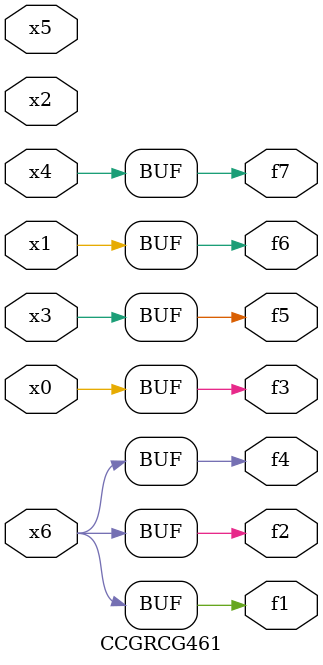
<source format=v>
module CCGRCG461(
	input x0, x1, x2, x3, x4, x5, x6,
	output f1, f2, f3, f4, f5, f6, f7
);
	assign f1 = x6;
	assign f2 = x6;
	assign f3 = x0;
	assign f4 = x6;
	assign f5 = x3;
	assign f6 = x1;
	assign f7 = x4;
endmodule

</source>
